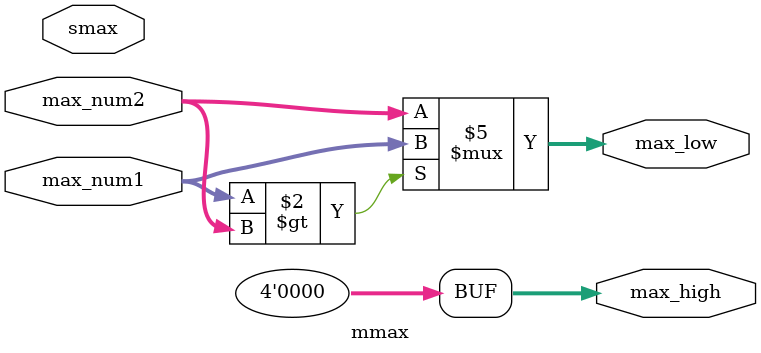
<source format=v>
/*
 * ×î´óÖµÄ£¿é
 *
 * ÊäÈë£ºÁ½¸ö4Î»¶þ½øÖÆÊý
 * Êä³ö£º×î´óÖµ
 */


module mmax(
    max_num1,  // Êý¾ÝA
    max_num2,  // Êý¾ÝB
    max_high,  // ÖÃÁã
    max_low ,  // ×î´óÖµ½á¹û
    smax       // Ñ¡Ôñ×î´óÖµ¹¦ÄÜ
);

    input        [3:0]  max_num1;
    input        [3:0]  max_num2;
    output  reg  [3:0]  max_high = 4'b0000;
    output  reg  [3:0]  max_low ;
    input               smax    ;

    always @(*)
    begin
        if (max_num1 > max_num2)
            begin
                max_low = max_num1;
            end
        else
            begin
                max_low = max_num2;
            end
    end

endmodule
</source>
